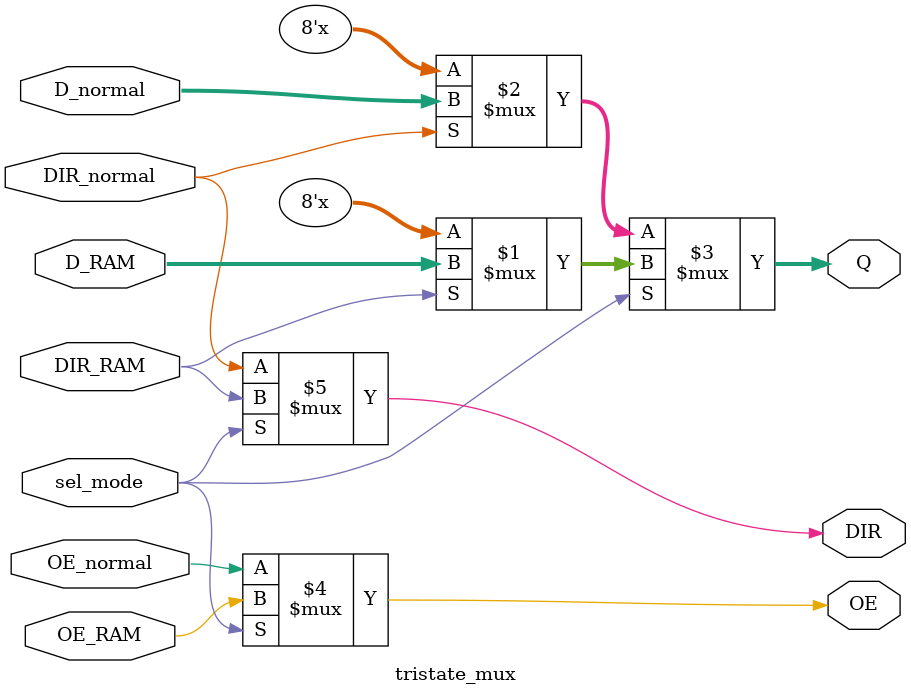
<source format=sv>
module tristate_mux
(
	input logic	[7:0]  D_normal,
	input logic	OE_normal,
	input logic	DIR_normal,
	
	input logic	[7:0]  D_RAM,
	input logic	OE_RAM,
	input logic	DIR_RAM,
	
	input logic	sel_mode,
	
	output tri	[7:0]  Q,
	output logic	OE,
	output logic	DIR
);



assign Q = sel_mode ? (DIR_RAM ? (D_RAM) : (8'bz) ) : (DIR_normal ? (D_normal) : (8'bz) );

assign OE 	= sel_mode ? (OE_RAM) : (OE_normal);
assign DIR 	= sel_mode ? (DIR_RAM) : (DIR_normal);

endmodule

</source>
